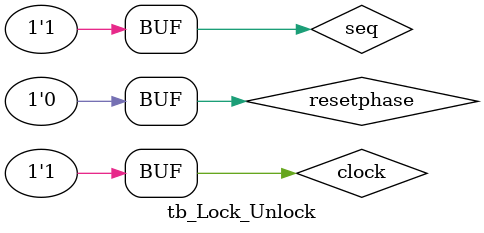
<source format=v>

`timescale 1ns / 1ps

module tb_Lock_Unlock; // Giving the input output variables

 // Inputs
		reg seq;
		reg clock;
		reg resetphase;

 // Outputs as wire for ModelSim 
		wire det, k, error;
	
// Instantiating the Lock_Unlock Module
 Lock_Unlock uut (
  .seq(seq), 
  .clock(clock), 
  .resetphase(resetphase), 
  .det(det),
  .k(k),
  .error(error)
 );
 //---------------------------------------------------------------------------------
 
 // Initializing the clock and the inputs
 
 initial begin
 clock = 0;
 #10 clock = ~clock; //Clock Initialization, set to forever to obtain longer ModelSim wave signals.
 end 
 
 //-----------------------------------------------------------------------------------
 
 initial begin
  // Initialize Inputs
  seq = 0;
  resetphase = 1;
  
  // Waiting for 140 ns for reset to 
  
  
  #50;
      resetphase = 0;
  #60;seq = 1;#30;seq = 0;#30;seq = 1;#40;seq = 1; #40;
  
  // Another Sequence to Lock it back again
  
  seq = 0; #40;seq = 1;#40;seq = 0;#40;seq = 1; #40;seq = 1; 
  
  
 end
      
endmodule
</source>
